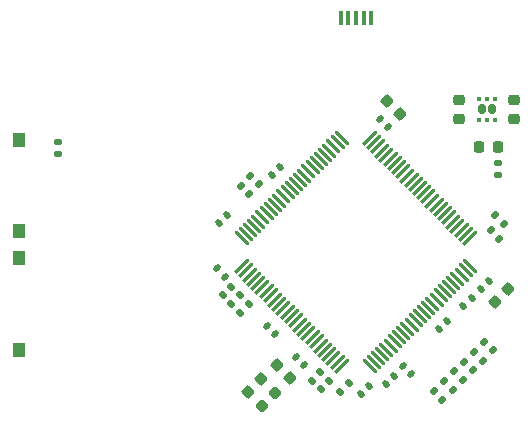
<source format=gbr>
%TF.GenerationSoftware,KiCad,Pcbnew,8.0.4*%
%TF.CreationDate,2024-12-24T01:10:10-06:00*%
%TF.ProjectId,openithm-new,6f70656e-6974-4686-9d2d-6e65772e6b69,rev?*%
%TF.SameCoordinates,Original*%
%TF.FileFunction,Paste,Top*%
%TF.FilePolarity,Positive*%
%FSLAX46Y46*%
G04 Gerber Fmt 4.6, Leading zero omitted, Abs format (unit mm)*
G04 Created by KiCad (PCBNEW 8.0.4) date 2024-12-24 01:10:10*
%MOMM*%
%LPD*%
G01*
G04 APERTURE LIST*
G04 Aperture macros list*
%AMRoundRect*
0 Rectangle with rounded corners*
0 $1 Rounding radius*
0 $2 $3 $4 $5 $6 $7 $8 $9 X,Y pos of 4 corners*
0 Add a 4 corners polygon primitive as box body*
4,1,4,$2,$3,$4,$5,$6,$7,$8,$9,$2,$3,0*
0 Add four circle primitives for the rounded corners*
1,1,$1+$1,$2,$3*
1,1,$1+$1,$4,$5*
1,1,$1+$1,$6,$7*
1,1,$1+$1,$8,$9*
0 Add four rect primitives between the rounded corners*
20,1,$1+$1,$2,$3,$4,$5,0*
20,1,$1+$1,$4,$5,$6,$7,0*
20,1,$1+$1,$6,$7,$8,$9,0*
20,1,$1+$1,$8,$9,$2,$3,0*%
G04 Aperture macros list end*
%ADD10RoundRect,0.135000X-0.185000X0.135000X-0.185000X-0.135000X0.185000X-0.135000X0.185000X0.135000X0*%
%ADD11RoundRect,0.135000X0.226274X0.035355X0.035355X0.226274X-0.226274X-0.035355X-0.035355X-0.226274X0*%
%ADD12RoundRect,0.160000X0.160000X-0.245000X0.160000X0.245000X-0.160000X0.245000X-0.160000X-0.245000X0*%
%ADD13RoundRect,0.093750X0.106250X-0.093750X0.106250X0.093750X-0.106250X0.093750X-0.106250X-0.093750X0*%
%ADD14RoundRect,0.140000X-0.021213X0.219203X-0.219203X0.021213X0.021213X-0.219203X0.219203X-0.021213X0*%
%ADD15R,1.000000X1.250000*%
%ADD16RoundRect,0.140000X0.219203X0.021213X0.021213X0.219203X-0.219203X-0.021213X-0.021213X-0.219203X0*%
%ADD17RoundRect,0.135000X0.035355X-0.226274X0.226274X-0.035355X-0.035355X0.226274X-0.226274X0.035355X0*%
%ADD18RoundRect,0.225000X-0.250000X0.225000X-0.250000X-0.225000X0.250000X-0.225000X0.250000X0.225000X0*%
%ADD19RoundRect,0.225000X-0.335876X-0.017678X-0.017678X-0.335876X0.335876X0.017678X0.017678X0.335876X0*%
%ADD20RoundRect,0.140000X0.021213X-0.219203X0.219203X-0.021213X-0.021213X0.219203X-0.219203X0.021213X0*%
%ADD21RoundRect,0.225000X0.250000X-0.225000X0.250000X0.225000X-0.250000X0.225000X-0.250000X-0.225000X0*%
%ADD22RoundRect,0.135000X-0.226274X-0.035355X-0.035355X-0.226274X0.226274X0.035355X0.035355X0.226274X0*%
%ADD23RoundRect,0.140000X-0.219203X-0.021213X-0.021213X-0.219203X0.219203X0.021213X0.021213X0.219203X0*%
%ADD24RoundRect,0.218750X0.218750X0.256250X-0.218750X0.256250X-0.218750X-0.256250X0.218750X-0.256250X0*%
%ADD25RoundRect,0.075000X-0.459619X-0.565685X0.565685X0.459619X0.459619X0.565685X-0.565685X-0.459619X0*%
%ADD26RoundRect,0.075000X0.459619X-0.565685X0.565685X-0.459619X-0.459619X0.565685X-0.565685X0.459619X0*%
%ADD27RoundRect,0.218750X0.026517X-0.335876X0.335876X-0.026517X-0.026517X0.335876X-0.335876X0.026517X0*%
%ADD28RoundRect,0.225000X0.335876X0.017678X0.017678X0.335876X-0.335876X-0.017678X-0.017678X-0.335876X0*%
%ADD29R,0.450000X1.300000*%
%ADD30RoundRect,0.135000X0.185000X-0.135000X0.185000X0.135000X-0.185000X0.135000X-0.185000X-0.135000X0*%
%ADD31RoundRect,0.225000X-0.017678X0.335876X-0.335876X0.017678X0.017678X-0.335876X0.335876X-0.017678X0*%
%ADD32RoundRect,0.225000X0.017678X-0.335876X0.335876X-0.017678X-0.017678X0.335876X-0.335876X0.017678X0*%
G04 APERTURE END LIST*
D10*
%TO.C,R2*%
X432539600Y-236548000D03*
X432539596Y-237567998D03*
%TD*%
D11*
%TO.C,R18*%
X433022200Y-241678798D03*
X432300950Y-240957554D03*
%TD*%
D12*
%TO.C,U2*%
X431206202Y-232001404D03*
X432006200Y-232001400D03*
D13*
X430956201Y-232888902D03*
X431606201Y-232888902D03*
X432256201Y-232888902D03*
X432256201Y-231113902D03*
X431606201Y-231113902D03*
X430956201Y-231113902D03*
%TD*%
D14*
%TO.C,C18*%
X430297422Y-247984978D03*
X429618600Y-248663800D03*
%TD*%
D15*
%TO.C,SW2*%
X392001200Y-242328000D03*
X392001200Y-234578000D03*
%TD*%
D11*
%TO.C,R12*%
X428729600Y-255725000D03*
X428008352Y-255003750D03*
%TD*%
D16*
%TO.C,C12*%
X409425600Y-246149200D03*
X408746778Y-245470378D03*
%TD*%
%TO.C,C7*%
X416080400Y-253616800D03*
X415401578Y-252937978D03*
%TD*%
D14*
%TO.C,C15*%
X421601411Y-255385589D03*
X420922589Y-256064411D03*
%TD*%
D17*
%TO.C,R9*%
X417528200Y-255699600D03*
X418249450Y-254978352D03*
%TD*%
D18*
%TO.C,C13*%
X433923470Y-231221387D03*
X433923470Y-232771389D03*
%TD*%
D19*
%TO.C,C6*%
X423112384Y-231260984D03*
X424208400Y-232357000D03*
%TD*%
D20*
%TO.C,C1*%
X408908389Y-241637211D03*
X409587211Y-240958389D03*
%TD*%
D21*
%TO.C,C14*%
X429249870Y-232796788D03*
X429249870Y-231246786D03*
%TD*%
D17*
%TO.C,R6*%
X409974350Y-248470648D03*
X410695600Y-247749400D03*
%TD*%
D22*
%TO.C,R4*%
X410761750Y-238468352D03*
X411483000Y-239189600D03*
%TD*%
D11*
%TO.C,R14*%
X430416048Y-254099400D03*
X429694800Y-253378150D03*
%TD*%
D23*
%TO.C,C16*%
X424513200Y-253743800D03*
X425192022Y-254422622D03*
%TD*%
D11*
%TO.C,R17*%
X432666600Y-242974198D03*
X431945350Y-242252954D03*
%TD*%
D15*
%TO.C,SW1*%
X391950400Y-244622200D03*
X391950400Y-252372200D03*
%TD*%
D11*
%TO.C,R15*%
X431244200Y-253261200D03*
X430522950Y-252539956D03*
%TD*%
D24*
%TO.C,D1*%
X432514302Y-235151001D03*
X430939298Y-235150999D03*
%TD*%
D25*
%TO.C,U1*%
X410830316Y-245276205D03*
X411183868Y-245629757D03*
X411537423Y-245983311D03*
X411890975Y-246336864D03*
X412244525Y-246690422D03*
X412598082Y-247043971D03*
X412951633Y-247397526D03*
X413305189Y-247751081D03*
X413658742Y-248104631D03*
X414012295Y-248458184D03*
X414365847Y-248811736D03*
X414719402Y-249165291D03*
X415072955Y-249518846D03*
X415426509Y-249872398D03*
X415780062Y-250225949D03*
X416133616Y-250579505D03*
X416487170Y-250933059D03*
X416840722Y-251286611D03*
X417194274Y-251640167D03*
X417547829Y-251993718D03*
X417901380Y-252347271D03*
X418254935Y-252700826D03*
X418608490Y-253054378D03*
X418962043Y-253407932D03*
X419315595Y-253761484D03*
D26*
X421684405Y-253761484D03*
X422037957Y-253407932D03*
X422391511Y-253054377D03*
X422745064Y-252700825D03*
X423098622Y-252347275D03*
X423452171Y-251993718D03*
X423805726Y-251640167D03*
X424159281Y-251286611D03*
X424512831Y-250933058D03*
X424866384Y-250579505D03*
X425219936Y-250225953D03*
X425573491Y-249872398D03*
X425927046Y-249518845D03*
X426280598Y-249165291D03*
X426634149Y-248811738D03*
X426987705Y-248458184D03*
X427341259Y-248104630D03*
X427694811Y-247751078D03*
X428048367Y-247397526D03*
X428401918Y-247043971D03*
X428755471Y-246690420D03*
X429109026Y-246336865D03*
X429462578Y-245983310D03*
X429816132Y-245629757D03*
X430169684Y-245276205D03*
D25*
X430169684Y-242907395D03*
X429816132Y-242553843D03*
X429462577Y-242200289D03*
X429109025Y-241846736D03*
X428755475Y-241493178D03*
X428401918Y-241139629D03*
X428048367Y-240786074D03*
X427694811Y-240432519D03*
X427341258Y-240078969D03*
X426987705Y-239725416D03*
X426634153Y-239371864D03*
X426280598Y-239018309D03*
X425927045Y-238664754D03*
X425573491Y-238311202D03*
X425219938Y-237957651D03*
X424866384Y-237604095D03*
X424512830Y-237250541D03*
X424159278Y-236896989D03*
X423805726Y-236543433D03*
X423452171Y-236189882D03*
X423098620Y-235836329D03*
X422745065Y-235482774D03*
X422391510Y-235129222D03*
X422037957Y-234775668D03*
X421684405Y-234422116D03*
D26*
X419315595Y-234422116D03*
X418962043Y-234775668D03*
X418608489Y-235129223D03*
X418254936Y-235482775D03*
X417901378Y-235836325D03*
X417547829Y-236189882D03*
X417194274Y-236543433D03*
X416840719Y-236896989D03*
X416487169Y-237250542D03*
X416133616Y-237604095D03*
X415780064Y-237957647D03*
X415426509Y-238311202D03*
X415072954Y-238664755D03*
X414719402Y-239018309D03*
X414365851Y-239371862D03*
X414012295Y-239725416D03*
X413658741Y-240078970D03*
X413305189Y-240432522D03*
X412951633Y-240786074D03*
X412598082Y-241139629D03*
X412244529Y-241493180D03*
X411890974Y-241846735D03*
X411537422Y-242200290D03*
X411183868Y-242553843D03*
X410830316Y-242907395D03*
%TD*%
D27*
%TO.C,FB1*%
X412553704Y-257143494D03*
X413667400Y-256029800D03*
%TD*%
D17*
%TO.C,R5*%
X409237750Y-247734048D03*
X409959000Y-247012800D03*
%TD*%
D20*
%TO.C,C17*%
X427535800Y-250619600D03*
X428214622Y-249940778D03*
%TD*%
D17*
%TO.C,R7*%
X410710950Y-249207248D03*
X411432200Y-248486000D03*
%TD*%
D28*
%TO.C,C8*%
X414912000Y-254759800D03*
X413815984Y-253663784D03*
%TD*%
D29*
%TO.C,J2*%
X421825400Y-224224002D03*
X421175399Y-224224002D03*
X420525400Y-224224000D03*
X419875401Y-224223998D03*
X419225401Y-224224000D03*
%TD*%
D11*
%TO.C,R16*%
X432112825Y-252402622D03*
X431391575Y-251681378D03*
%TD*%
D20*
%TO.C,C11*%
X413445778Y-237582422D03*
X414124600Y-236903600D03*
%TD*%
D11*
%TO.C,R13*%
X429567800Y-254912200D03*
X428846550Y-254190956D03*
%TD*%
D23*
%TO.C,C5*%
X422538978Y-232846578D03*
X423217800Y-233525400D03*
%TD*%
D30*
%TO.C,R3*%
X395328598Y-235739200D03*
X395328600Y-234719200D03*
%TD*%
D17*
%TO.C,R10*%
X419194550Y-255912848D03*
X419915800Y-255191600D03*
%TD*%
D14*
%TO.C,C3*%
X431798933Y-246507789D03*
X431120111Y-247186611D03*
%TD*%
D23*
%TO.C,C10*%
X412963178Y-250321778D03*
X413642000Y-251000600D03*
%TD*%
D31*
%TO.C,C4*%
X433377800Y-247216000D03*
X432281784Y-248312016D03*
%TD*%
D14*
%TO.C,C2*%
X423725800Y-254582000D03*
X423046978Y-255260822D03*
%TD*%
D11*
%TO.C,R11*%
X427840600Y-256588600D03*
X427119352Y-255867350D03*
%TD*%
D17*
%TO.C,R8*%
X416786575Y-254968024D03*
X417507825Y-254246776D03*
%TD*%
D22*
%TO.C,R1*%
X411574550Y-237604752D03*
X412295800Y-238326000D03*
%TD*%
D32*
%TO.C,C9*%
X411402984Y-255957416D03*
X412499000Y-254861400D03*
%TD*%
M02*

</source>
